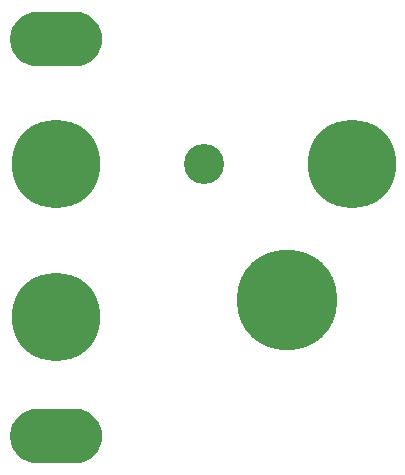
<source format=gbr>
G04 #@! TF.GenerationSoftware,KiCad,Pcbnew,(5.0.0)*
G04 #@! TF.CreationDate,2018-08-18T23:34:16+02:00*
G04 #@! TF.ProjectId,1u_lpg_panel,31755F6C70675F70616E656C2E6B6963,rev?*
G04 #@! TF.SameCoordinates,Original*
G04 #@! TF.FileFunction,Soldermask,Bot*
G04 #@! TF.FilePolarity,Negative*
%FSLAX46Y46*%
G04 Gerber Fmt 4.6, Leading zero omitted, Abs format (unit mm)*
G04 Created by KiCad (PCBNEW (5.0.0)) date 08/18/18 23:34:16*
%MOMM*%
%LPD*%
G01*
G04 APERTURE LIST*
%ADD10C,0.100000*%
%ADD11C,4.600000*%
%ADD12C,3.400000*%
%ADD13C,7.500000*%
%ADD14C,8.500000*%
G04 APERTURE END LIST*
D10*
G04 #@! TO.C,MH2*
G36*
X9325439Y-34311074D02*
X9548708Y-34344193D01*
X9767655Y-34399036D01*
X9980172Y-34475076D01*
X10184212Y-34571580D01*
X10377812Y-34687619D01*
X10559105Y-34822075D01*
X10726346Y-34973653D01*
X10877924Y-35140894D01*
X11012380Y-35322187D01*
X11128419Y-35515787D01*
X11224923Y-35719827D01*
X11300963Y-35932344D01*
X11355806Y-36151291D01*
X11388925Y-36374560D01*
X11400000Y-36599999D01*
X11400000Y-36600001D01*
X11388925Y-36825440D01*
X11355806Y-37048709D01*
X11300963Y-37267656D01*
X11224923Y-37480173D01*
X11128419Y-37684213D01*
X11012380Y-37877813D01*
X10877924Y-38059106D01*
X10726346Y-38226347D01*
X10559105Y-38377925D01*
X10377812Y-38512381D01*
X10184212Y-38628420D01*
X9980172Y-38724924D01*
X9767655Y-38800964D01*
X9548708Y-38855807D01*
X9325439Y-38888926D01*
X9100000Y-38900001D01*
X5900000Y-38900001D01*
X5674561Y-38888926D01*
X5451292Y-38855807D01*
X5232345Y-38800964D01*
X5019828Y-38724924D01*
X4815788Y-38628420D01*
X4622188Y-38512381D01*
X4440895Y-38377925D01*
X4273654Y-38226347D01*
X4122076Y-38059106D01*
X3987620Y-37877813D01*
X3871581Y-37684213D01*
X3775077Y-37480173D01*
X3699037Y-37267656D01*
X3644194Y-37048709D01*
X3611075Y-36825440D01*
X3600000Y-36600001D01*
X3600000Y-36599999D01*
X3611075Y-36374560D01*
X3644194Y-36151291D01*
X3699037Y-35932344D01*
X3775077Y-35719827D01*
X3871581Y-35515787D01*
X3987620Y-35322187D01*
X4122076Y-35140894D01*
X4273654Y-34973653D01*
X4440895Y-34822075D01*
X4622188Y-34687619D01*
X4815788Y-34571580D01*
X5019828Y-34475076D01*
X5232345Y-34399036D01*
X5451292Y-34344193D01*
X5674561Y-34311074D01*
X5900000Y-34299999D01*
X9100000Y-34299999D01*
X9325439Y-34311074D01*
X9325439Y-34311074D01*
G37*
D11*
X7500000Y-36600000D03*
G04 #@! TD*
D10*
G04 #@! TO.C,MH1*
G36*
X9325439Y-711074D02*
X9548708Y-744193D01*
X9767655Y-799036D01*
X9980172Y-875076D01*
X10184212Y-971580D01*
X10377812Y-1087619D01*
X10559105Y-1222075D01*
X10726346Y-1373653D01*
X10877924Y-1540894D01*
X11012380Y-1722187D01*
X11128419Y-1915787D01*
X11224923Y-2119827D01*
X11300963Y-2332344D01*
X11355806Y-2551291D01*
X11388925Y-2774560D01*
X11400000Y-2999999D01*
X11400000Y-3000001D01*
X11388925Y-3225440D01*
X11355806Y-3448709D01*
X11300963Y-3667656D01*
X11224923Y-3880173D01*
X11128419Y-4084213D01*
X11012380Y-4277813D01*
X10877924Y-4459106D01*
X10726346Y-4626347D01*
X10559105Y-4777925D01*
X10377812Y-4912381D01*
X10184212Y-5028420D01*
X9980172Y-5124924D01*
X9767655Y-5200964D01*
X9548708Y-5255807D01*
X9325439Y-5288926D01*
X9100000Y-5300001D01*
X5900000Y-5300001D01*
X5674561Y-5288926D01*
X5451292Y-5255807D01*
X5232345Y-5200964D01*
X5019828Y-5124924D01*
X4815788Y-5028420D01*
X4622188Y-4912381D01*
X4440895Y-4777925D01*
X4273654Y-4626347D01*
X4122076Y-4459106D01*
X3987620Y-4277813D01*
X3871581Y-4084213D01*
X3775077Y-3880173D01*
X3699037Y-3667656D01*
X3644194Y-3448709D01*
X3611075Y-3225440D01*
X3600000Y-3000001D01*
X3600000Y-2999999D01*
X3611075Y-2774560D01*
X3644194Y-2551291D01*
X3699037Y-2332344D01*
X3775077Y-2119827D01*
X3871581Y-1915787D01*
X3987620Y-1722187D01*
X4122076Y-1540894D01*
X4273654Y-1373653D01*
X4440895Y-1222075D01*
X4622188Y-1087619D01*
X4815788Y-971580D01*
X5019828Y-875076D01*
X5232345Y-799036D01*
X5451292Y-744193D01*
X5674561Y-711074D01*
X5900000Y-699999D01*
X9100000Y-699999D01*
X9325439Y-711074D01*
X9325439Y-711074D01*
G37*
D11*
X7500000Y-3000000D03*
G04 #@! TD*
D12*
G04 #@! TO.C,MH7*
X20000000Y-13550000D03*
G04 #@! TD*
D13*
G04 #@! TO.C,MH3*
X7500000Y-13550000D03*
G04 #@! TD*
G04 #@! TO.C,MH4*
X7500000Y-26550000D03*
G04 #@! TD*
G04 #@! TO.C,MH5*
X32500000Y-13550000D03*
G04 #@! TD*
D14*
G04 #@! TO.C,MH6*
X27000000Y-25050000D03*
G04 #@! TD*
M02*

</source>
